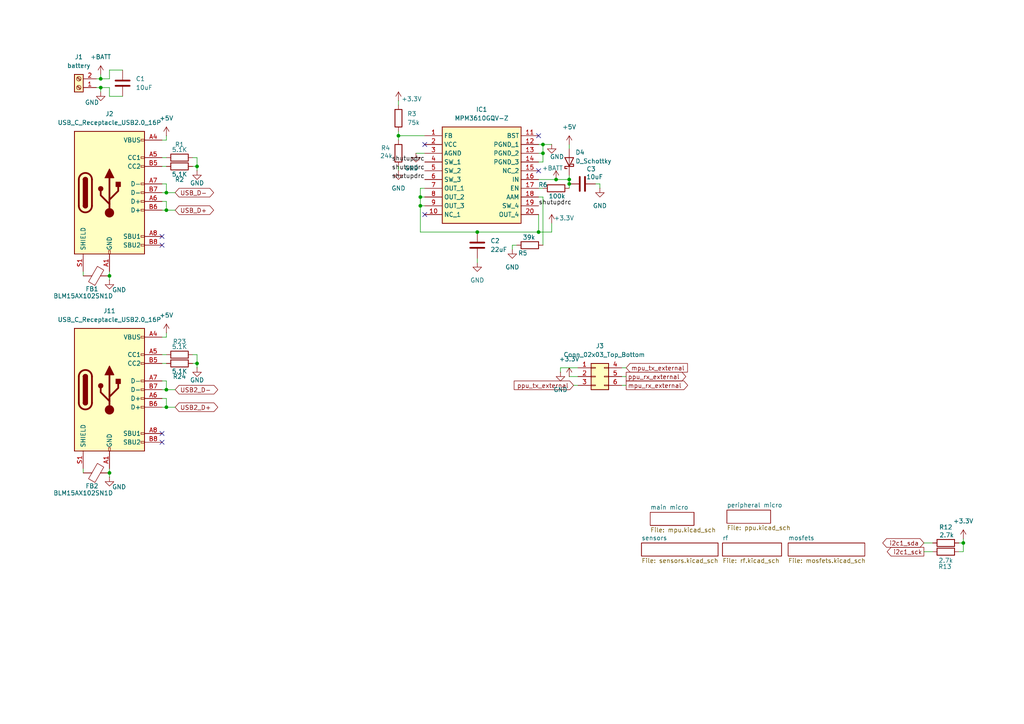
<source format=kicad_sch>
(kicad_sch (version 20250114) (generator "eeschema") (generator_version "9.0")
  (paper "A4")
  (lib_symbols
    (symbol "Connector:Screw_Terminal_01x02" (pin_names (offset 1.016) (hide yes))
      (property "Reference" "J" (at 0 2.54 0))
      (property "Value" "Screw_Terminal_01x02" (at 0 -5.08 0))
      (symbol "Screw_Terminal_01x02_1_1"
        (rectangle (start -1.27 1.27) (end 1.27 -3.81) (stroke (width 0.254)) (fill (type background)))
        (polyline (pts (xy -0.5334 0.3302) (xy 0.3302 -0.508)) (stroke (width 0.1524)))
        (polyline (pts (xy -0.5334 -2.2098) (xy 0.3302 -3.048)) (stroke (width 0.1524)))
        (polyline (pts (xy -0.3556 0.508) (xy 0.508 -0.3302)) (stroke (width 0.1524)))
        (polyline (pts (xy -0.3556 -2.032) (xy 0.508 -2.8702)) (stroke (width 0.1524)))
        (circle (center 0 0) (radius 0.635) (stroke (width 0.1524)))
        (circle (center 0 -2.54) (radius 0.635) (stroke (width 0.1524)))
        (pin passive line (at -5.08 0 0) (length 3.81) (name "Pin_1") (number "1"))
        (pin passive line (at -5.08 -2.54 0) (length 3.81) (name "Pin_2") (number "2"))
      )
    )
    (symbol "Connector:USB_C_Receptacle_USB2.0_16P" (pin_names (offset 1.016))
      (property "Reference" "J" (at 0 22.225 0))
      (property "Value" "USB_C_Receptacle_USB2.0_16P" (at 0 19.685 0))
      (symbol "USB_C_Receptacle_USB2.0_16P_0_0"
        (rectangle (start -0.254 -17.78) (end 0.254 -16.764))
        (rectangle (start 10.16 15.494) (end 9.144 14.986))
        (rectangle (start 10.16 10.414) (end 9.144 9.906))
        (rectangle (start 10.16 7.874) (end 9.144 7.366))
        (rectangle (start 10.16 2.794) (end 9.144 2.286))
        (rectangle (start 10.16 0.254) (end 9.144 -0.254))
        (rectangle (start 10.16 -2.286) (end 9.144 -2.794))
        (rectangle (start 10.16 -4.826) (end 9.144 -5.334))
        (rectangle (start 10.16 -12.446) (end 9.144 -12.954))
        (rectangle (start 10.16 -14.986) (end 9.144 -15.494))
      )
      (symbol "USB_C_Receptacle_USB2.0_16P_0_1"
        (rectangle (start -10.16 17.78) (end 10.16 -17.78) (stroke (width 0.254)) (fill (type background)))
        (polyline (pts (xy -8.89 -3.81) (xy -8.89 3.81)) (stroke (width 0.508)))
        (rectangle (start -7.62 -3.81) (end -6.35 3.81) (stroke (width 0.254)) (fill (type outline)))
        (arc (start -7.62 3.81) (mid -6.985 4.4423) (end -6.35 3.81) (stroke (width 0.254)))
        (arc (start -7.62 3.81) (mid -6.985 4.4423) (end -6.35 3.81) (stroke (width 0.254)) (fill (type outline)))
        (arc (start -8.89 3.81) (mid -6.985 5.7067) (end -5.08 3.81) (stroke (width 0.508)))
        (arc (start -5.08 -3.81) (mid -6.985 -5.7067) (end -8.89 -3.81) (stroke (width 0.508)))
        (arc (start -6.35 -3.81) (mid -6.985 -4.4423) (end -7.62 -3.81) (stroke (width 0.254)))
        (arc (start -6.35 -3.81) (mid -6.985 -4.4423) (end -7.62 -3.81) (stroke (width 0.254)) (fill (type outline)))
        (polyline (pts (xy -5.08 3.81) (xy -5.08 -3.81)) (stroke (width 0.508)))
        (circle (center -2.54 1.143) (radius 0.635) (stroke (width 0.254)) (fill (type outline)))
        (polyline (pts (xy -1.27 4.318) (xy 0 6.858) (xy 1.27 4.318) (xy -1.27 4.318)) (stroke (width 0.254)) (fill (type outline)))
        (polyline (pts (xy 0 -2.032) (xy 2.54 0.508) (xy 2.54 1.778)) (stroke (width 0.508)))
        (polyline (pts (xy 0 -3.302) (xy -2.54 -0.762) (xy -2.54 0.508)) (stroke (width 0.508)))
        (polyline (pts (xy 0 -5.842) (xy 0 4.318)) (stroke (width 0.508)))
        (circle (center 0 -5.842) (radius 1.27) (fill (type outline)))
        (rectangle (start 1.905 1.778) (end 3.175 3.048) (stroke (width 0.254)) (fill (type outline)))
      )
      (symbol "USB_C_Receptacle_USB2.0_16P_1_1"
        (pin passive line (at -7.62 -22.86 90) (length 5.08) (name "SHIELD") (number "S1"))
        (pin passive line (at 0 -22.86 90) (length 5.08) (name "GND") (number "A1"))
        (pin passive line (at 0 -22.86 90) (length 5.08) (hide yes) (name "GND") (number "A12"))
        (pin passive line (at 0 -22.86 90) (length 5.08) (hide yes) (name "GND") (number "B1"))
        (pin passive line (at 0 -22.86 90) (length 5.08) (hide yes) (name "GND") (number "B12"))
        (pin passive line (at 15.24 15.24 180) (length 5.08) (name "VBUS") (number "A4"))
        (pin passive line (at 15.24 15.24 180) (length 5.08) (hide yes) (name "VBUS") (number "A9"))
        (pin passive line (at 15.24 15.24 180) (length 5.08) (hide yes) (name "VBUS") (number "B4"))
        (pin passive line (at 15.24 15.24 180) (length 5.08) (hide yes) (name "VBUS") (number "B9"))
        (pin bidirectional line (at 15.24 10.16 180) (length 5.08) (name "CC1") (number "A5"))
        (pin bidirectional line (at 15.24 7.62 180) (length 5.08) (name "CC2") (number "B5"))
        (pin bidirectional line (at 15.24 2.54 180) (length 5.08) (name "D-") (number "A7"))
        (pin bidirectional line (at 15.24 0 180) (length 5.08) (name "D-") (number "B7"))
        (pin bidirectional line (at 15.24 -2.54 180) (length 5.08) (name "D+") (number "A6"))
        (pin bidirectional line (at 15.24 -5.08 180) (length 5.08) (name "D+") (number "B6"))
        (pin bidirectional line (at 15.24 -12.7 180) (length 5.08) (name "SBU1") (number "A8"))
        (pin bidirectional line (at 15.24 -15.24 180) (length 5.08) (name "SBU2") (number "B8"))
      )
    )
    (symbol "Connector_Generic:Conn_02x03_Top_Bottom" (pin_names (offset 1.016) (hide yes))
      (property "Reference" "J" (at 1.27 5.08 0))
      (property "Value" "Conn_02x03_Top_Bottom" (at 1.27 -5.08 0))
      (symbol "Conn_02x03_Top_Bottom_1_1"
        (rectangle (start -1.27 3.81) (end 3.81 -3.81) (stroke (width 0.254)) (fill (type background)))
        (rectangle (start -1.27 2.667) (end 0 2.413) (stroke (width 0.1524)))
        (rectangle (start -1.27 0.127) (end 0 -0.127) (stroke (width 0.1524)))
        (rectangle (start -1.27 -2.413) (end 0 -2.667) (stroke (width 0.1524)))
        (rectangle (start 3.81 2.667) (end 2.54 2.413) (stroke (width 0.1524)))
        (rectangle (start 3.81 0.127) (end 2.54 -0.127) (stroke (width 0.1524)))
        (rectangle (start 3.81 -2.413) (end 2.54 -2.667) (stroke (width 0.1524)))
        (pin passive line (at -5.08 2.54 0) (length 3.81) (name "Pin_1") (number "1"))
        (pin passive line (at -5.08 0 0) (length 3.81) (name "Pin_2") (number "2"))
        (pin passive line (at -5.08 -2.54 0) (length 3.81) (name "Pin_3") (number "3"))
        (pin passive line (at 7.62 2.54 180) (length 3.81) (name "Pin_4") (number "4"))
        (pin passive line (at 7.62 0 180) (length 3.81) (name "Pin_5") (number "5"))
        (pin passive line (at 7.62 -2.54 180) (length 3.81) (name "Pin_6") (number "6"))
      )
    )
    (symbol "Device:C" (pin_numbers (hide yes)) (pin_names (offset 0.254))
      (property "Reference" "C" (at 0.635 2.54 0))
      (property "Value" "C" (at 0.635 -2.54 0))
      (symbol "C_0_1"
        (polyline (pts (xy -2.032 0.762) (xy 2.032 0.762)) (stroke (width 0.508)))
        (polyline (pts (xy -2.032 -0.762) (xy 2.032 -0.762)) (stroke (width 0.508)))
      )
      (symbol "C_1_1"
        (pin passive line (at 0 3.81 270) (length 2.794) (name "~") (number "1"))
        (pin passive line (at 0 -3.81 90) (length 2.794) (name "~") (number "2"))
      )
    )
    (symbol "Device:D_Schottky" (pin_numbers (hide yes)) (pin_names (offset 1.016) (hide yes))
      (property "Reference" "D" (at 0 2.54 0))
      (property "Value" "D_Schottky" (at 0 -2.54 0))
      (symbol "D_Schottky_0_1"
        (polyline (pts (xy -1.905 0.635) (xy -1.905 1.27) (xy -1.27 1.27) (xy -1.27 -1.27) (xy -0.635 -1.27) (xy -0.635 -0.635)) (stroke (width 0.254)))
        (polyline (pts (xy 1.27 1.27) (xy 1.27 -1.27) (xy -1.27 0) (xy 1.27 1.27)) (stroke (width 0.254)))
        (polyline (pts (xy 1.27 0) (xy -1.27 0)))
      )
      (symbol "D_Schottky_1_1"
        (pin passive line (at -3.81 0 0) (length 2.54) (name "K") (number "1"))
        (pin passive line (at 3.81 0 180) (length 2.54) (name "A") (number "2"))
      )
    )
    (symbol "Device:FerriteBead" (pin_numbers (hide yes)) (pin_names (offset 0))
      (property "Reference" "FB" (at -3.81 0.635 90))
      (property "Value" "FerriteBead" (at 3.81 0 90))
      (symbol "FerriteBead_0_1"
        (polyline (pts (xy -2.7686 0.4064) (xy -1.7018 2.2606) (xy 2.7686 -0.3048) (xy 1.6764 -2.159) (xy -2.7686 0.4064)))
        (polyline (pts (xy 0 1.27) (xy 0 1.2954)))
        (polyline (pts (xy 0 -1.27) (xy 0 -1.2192)))
      )
      (symbol "FerriteBead_1_1"
        (pin passive line (at 0 3.81 270) (length 2.54) (name "~") (number "1"))
        (pin passive line (at 0 -3.81 90) (length 2.54) (name "~") (number "2"))
      )
    )
    (symbol "Device:R" (pin_numbers (hide yes)) (pin_names (offset 0))
      (property "Reference" "R" (at 2.032 0 90))
      (property "Value" "R" (at 0 0 90))
      (symbol "R_0_1"
        (rectangle (start -1.016 -2.54) (end 1.016 2.54) (stroke (width 0.254)))
      )
      (symbol "R_1_1"
        (pin passive line (at 0 3.81 270) (length 1.27) (name "~") (number "1"))
        (pin passive line (at 0 -3.81 90) (length 1.27) (name "~") (number "2"))
      )
    )
    (symbol "MPM3610GQV-Z:MPM3610GQV-Z"
      (property "Reference" "IC" (at 29.21 7.62 0))
      (property "Value" "MPM3610GQV-Z" (at 29.21 5.08 0))
      (symbol "MPM3610GQV-Z_1_1"
        (rectangle (start 5.08 2.54) (end 27.94 -25.4) (stroke (width 0.254)) (fill (type background)))
        (pin passive line (at 0 0 0) (length 5.08) (name "FB") (number "1"))
        (pin passive line (at 0 -2.54 0) (length 5.08) (name "VCC") (number "2"))
        (pin passive line (at 0 -5.08 0) (length 5.08) (name "AGND") (number "3"))
        (pin passive line (at 0 -7.62 0) (length 5.08) (name "SW_1") (number "4"))
        (pin passive line (at 0 -10.16 0) (length 5.08) (name "SW_2") (number "5"))
        (pin passive line (at 0 -12.7 0) (length 5.08) (name "SW_3") (number "6"))
        (pin passive line (at 0 -15.24 0) (length 5.08) (name "OUT_1") (number "7"))
        (pin passive line (at 0 -17.78 0) (length 5.08) (name "OUT_2") (number "8"))
        (pin passive line (at 0 -20.32 0) (length 5.08) (name "OUT_3") (number "9"))
        (pin passive line (at 0 -22.86 0) (length 5.08) (name "NC_1") (number "10"))
        (pin passive line (at 33.02 0 180) (length 5.08) (name "BST") (number "11"))
        (pin passive line (at 33.02 -2.54 180) (length 5.08) (name "PGND_1") (number "12"))
        (pin passive line (at 33.02 -5.08 180) (length 5.08) (name "PGND_2") (number "13"))
        (pin passive line (at 33.02 -7.62 180) (length 5.08) (name "PGND_3") (number "14"))
        (pin passive line (at 33.02 -10.16 180) (length 5.08) (name "NC_2") (number "15"))
        (pin passive line (at 33.02 -12.7 180) (length 5.08) (name "IN") (number "16"))
        (pin passive line (at 33.02 -15.24 180) (length 5.08) (name "EN") (number "17"))
        (pin passive line (at 33.02 -17.78 180) (length 5.08) (name "AAM") (number "18"))
        (pin passive line (at 33.02 -20.32 180) (length 5.08) (name "SW_4") (number "19"))
        (pin passive line (at 33.02 -22.86 180) (length 5.08) (name "OUT_4") (number "20"))
      )
    )
    (symbol "power:+3.3V" (power) (pin_numbers (hide yes)) (pin_names (offset 0) (hide yes))
      (property "Value" "+3.3V" (at 0 3.556 0))
      (symbol "+3.3V_0_1"
        (polyline (pts (xy -0.762 1.27) (xy 0 2.54)))
        (polyline (pts (xy 0 2.54) (xy 0.762 1.27)))
        (polyline (pts (xy 0 0) (xy 0 2.54)))
      )
      (symbol "+3.3V_1_1"
        (pin power_in line (at 0 0 90) (length 0) (name "~") (number "1"))
      )
    )
    (symbol "power:+5V" (power) (pin_numbers (hide yes)) (pin_names (offset 0) (hide yes))
      (property "Value" "+5V" (at 0 3.556 0))
      (symbol "+5V_0_1"
        (polyline (pts (xy -0.762 1.27) (xy 0 2.54)))
        (polyline (pts (xy 0 2.54) (xy 0.762 1.27)))
        (polyline (pts (xy 0 0) (xy 0 2.54)))
      )
      (symbol "+5V_1_1"
        (pin power_in line (at 0 0 90) (length 0) (name "~") (number "1"))
      )
    )
    (symbol "power:+BATT" (power) (pin_numbers (hide yes)) (pin_names (offset 0) (hide yes))
      (property "Value" "+BATT" (at 0 3.556 0))
      (symbol "+BATT_0_1"
        (polyline (pts (xy -0.762 1.27) (xy 0 2.54)))
        (polyline (pts (xy 0 2.54) (xy 0.762 1.27)))
        (polyline (pts (xy 0 0) (xy 0 2.54)))
      )
      (symbol "+BATT_1_1"
        (pin power_in line (at 0 0 90) (length 0) (name "~") (number "1"))
      )
    )
    (symbol "power:GND" (power) (pin_numbers (hide yes)) (pin_names (offset 0) (hide yes))
      (property "Value" "GND" (at 0 -3.81 0))
      (symbol "GND_0_1"
        (polyline (pts (xy 0 0) (xy 0 -1.27) (xy 1.27 -1.27) (xy 0 -2.54) (xy -1.27 -1.27) (xy 0 -1.27)))
      )
      (symbol "GND_1_1"
        (pin power_in line (at 0 0 270) (length 0) (name "~") (number "1"))
      )
    )
  )
  (junction (at 31.75 80.01))
  (junction (at 31.75 137.16))
  (junction (at 57.15 105.41))
  (junction (at 57.15 48.26))
  (junction (at 156.21 67.31))
  (junction (at 121.92 59.69))
  (junction (at 165.1 53.34))
  (junction (at 48.26 113.03))
  (junction (at 157.48 44.45))
  (junction (at 121.92 57.15))
  (junction (at 48.26 55.88))
  (junction (at 165.1 52.07))
  (junction (at 29.21 25.4))
  (junction (at 138.43 67.31))
  (junction (at 279.4 157.48))
  (junction (at 115.57 39.37))
  (junction (at 29.21 22.86))
  (junction (at 48.26 60.96))
  (junction (at 157.48 41.91))
  (junction (at 48.26 118.11))
  (junction (at 161.29 52.07))
  (no_connect (at 46.99 68.58))
  (no_connect (at 46.99 128.27))
  (no_connect (at 46.99 125.73))
  (no_connect (at 156.21 49.53))
  (no_connect (at 123.19 62.23))
  (no_connect (at 46.99 71.12))
  (no_connect (at 123.19 41.91))
  (no_connect (at 156.21 39.37))
  (wire (pts (xy 156.21 67.31) (xy 138.43 67.31)))
  (wire (pts (xy 46.99 118.11) (xy 48.26 118.11)))
  (wire (pts (xy 165.1 52.07) (xy 165.1 53.34)))
  (wire (pts (xy 121.92 57.15) (xy 121.92 54.61)))
  (wire (pts (xy 162.56 106.68) (xy 162.56 107.95)))
  (wire (pts (xy 29.21 26.67) (xy 29.21 25.4)))
  (wire (pts (xy 148.59 71.12) (xy 149.86 71.12)))
  (wire (pts (xy 29.21 21.59) (xy 29.21 22.86)))
  (wire (pts (xy 165.1 109.22) (xy 167.64 109.22)))
  (wire (pts (xy 31.75 135.89) (xy 31.75 137.16)))
  (wire (pts (xy 167.64 106.68) (xy 162.56 106.68)))
  (wire (pts (xy 156.21 46.99) (xy 157.48 46.99)))
  (wire (pts (xy 121.92 54.61) (xy 123.19 54.61)))
  (wire (pts (xy 57.15 105.41) (xy 55.88 105.41)))
  (wire (pts (xy 24.13 135.89) (xy 24.13 137.16)))
  (wire (pts (xy 121.92 57.15) (xy 123.19 57.15)))
  (wire (pts (xy 156.21 57.15) (xy 157.48 57.15)))
  (wire (pts (xy 31.75 27.94) (xy 31.75 25.4)))
  (wire (pts (xy 29.21 25.4) (xy 31.75 25.4)))
  (wire (pts (xy 173.99 53.34) (xy 172.72 53.34)))
  (wire (pts (xy 157.48 44.45) (xy 157.48 41.91)))
  (wire (pts (xy 157.48 41.91) (xy 160.02 41.91)))
  (wire (pts (xy 180.34 106.68) (xy 181.61 106.68)))
  (wire (pts (xy 31.75 80.01) (xy 31.75 81.28)))
  (wire (pts (xy 46.99 105.41) (xy 48.26 105.41)))
  (wire (pts (xy 156.21 44.45) (xy 157.48 44.45)))
  (wire (pts (xy 160.02 64.77) (xy 160.02 67.31)))
  (wire (pts (xy 46.99 60.96) (xy 48.26 60.96)))
  (wire (pts (xy 48.26 40.64) (xy 46.99 40.64)))
  (wire (pts (xy 46.99 53.34) (xy 48.26 53.34)))
  (wire (pts (xy 57.15 48.26) (xy 55.88 48.26)))
  (wire (pts (xy 148.59 72.39) (xy 148.59 71.12)))
  (wire (pts (xy 115.57 39.37) (xy 115.57 40.64)))
  (wire (pts (xy 57.15 102.87) (xy 57.15 105.41)))
  (wire (pts (xy 29.21 25.4) (xy 27.94 25.4)))
  (wire (pts (xy 115.57 38.1) (xy 115.57 39.37)))
  (wire (pts (xy 160.02 67.31) (xy 156.21 67.31)))
  (wire (pts (xy 115.57 48.26) (xy 115.57 49.53)))
  (wire (pts (xy 46.99 55.88) (xy 48.26 55.88)))
  (wire (pts (xy 121.92 59.69) (xy 123.19 59.69)))
  (wire (pts (xy 156.21 54.61) (xy 157.48 54.61)))
  (wire (pts (xy 29.21 22.86) (xy 27.94 22.86)))
  (wire (pts (xy 48.26 110.49) (xy 48.26 113.03)))
  (wire (pts (xy 24.13 78.74) (xy 24.13 80.01)))
  (wire (pts (xy 180.34 109.22) (xy 181.61 109.22)))
  (wire (pts (xy 35.56 20.32) (xy 31.75 20.32)))
  (wire (pts (xy 46.99 110.49) (xy 48.26 110.49)))
  (wire (pts (xy 57.15 48.26) (xy 57.15 49.53)))
  (wire (pts (xy 180.34 111.76) (xy 181.61 111.76)))
  (wire (pts (xy 173.99 54.61) (xy 173.99 53.34)))
  (wire (pts (xy 48.26 97.79) (xy 46.99 97.79)))
  (wire (pts (xy 48.26 53.34) (xy 48.26 55.88)))
  (wire (pts (xy 121.92 59.69) (xy 121.92 57.15)))
  (wire (pts (xy 46.99 58.42) (xy 48.26 58.42)))
  (wire (pts (xy 120.65 44.45) (xy 123.19 44.45)))
  (wire (pts (xy 138.43 67.31) (xy 121.92 67.31)))
  (wire (pts (xy 165.1 41.91) (xy 165.1 43.18)))
  (wire (pts (xy 48.26 58.42) (xy 48.26 60.96)))
  (wire (pts (xy 48.26 55.88) (xy 50.8 55.88)))
  (wire (pts (xy 156.21 62.23) (xy 156.21 67.31)))
  (wire (pts (xy 48.26 118.11) (xy 50.8 118.11)))
  (wire (pts (xy 29.21 22.86) (xy 31.75 22.86)))
  (wire (pts (xy 115.57 39.37) (xy 123.19 39.37)))
  (wire (pts (xy 31.75 137.16) (xy 31.75 138.43)))
  (wire (pts (xy 165.1 53.34) (xy 165.1 54.61)))
  (wire (pts (xy 279.4 156.21) (xy 279.4 157.48)))
  (wire (pts (xy 121.92 67.31) (xy 121.92 59.69)))
  (wire (pts (xy 157.48 46.99) (xy 157.48 44.45)))
  (wire (pts (xy 48.26 96.52) (xy 48.26 97.79)))
  (wire (pts (xy 31.75 20.32) (xy 31.75 22.86)))
  (wire (pts (xy 279.4 157.48) (xy 278.13 157.48)))
  (wire (pts (xy 166.37 111.76) (xy 167.64 111.76)))
  (wire (pts (xy 157.48 71.12) (xy 157.48 57.15)))
  (wire (pts (xy 138.43 74.93) (xy 138.43 76.2)))
  (wire (pts (xy 161.29 52.07) (xy 156.21 52.07)))
  (wire (pts (xy 48.26 60.96) (xy 50.8 60.96)))
  (wire (pts (xy 46.99 48.26) (xy 48.26 48.26)))
  (wire (pts (xy 48.26 113.03) (xy 50.8 113.03)))
  (wire (pts (xy 55.88 102.87) (xy 57.15 102.87)))
  (wire (pts (xy 57.15 45.72) (xy 57.15 48.26)))
  (wire (pts (xy 115.57 29.21) (xy 115.57 30.48)))
  (wire (pts (xy 46.99 102.87) (xy 48.26 102.87)))
  (wire (pts (xy 46.99 45.72) (xy 48.26 45.72)))
  (wire (pts (xy 157.48 41.91) (xy 156.21 41.91)))
  (wire (pts (xy 57.15 105.41) (xy 57.15 106.68)))
  (wire (pts (xy 55.88 45.72) (xy 57.15 45.72)))
  (wire (pts (xy 46.99 115.57) (xy 48.26 115.57)))
  (wire (pts (xy 31.75 78.74) (xy 31.75 80.01)))
  (wire (pts (xy 48.26 39.37) (xy 48.26 40.64)))
  (wire (pts (xy 35.56 27.94) (xy 31.75 27.94)))
  (wire (pts (xy 46.99 113.03) (xy 48.26 113.03)))
  (wire (pts (xy 48.26 115.57) (xy 48.26 118.11)))
  (wire (pts (xy 165.1 50.8) (xy 165.1 52.07)))
  (wire (pts (xy 278.13 160.02) (xy 279.4 160.02)))
  (wire (pts (xy 267.97 160.02) (xy 270.51 160.02)))
  (wire (pts (xy 279.4 160.02) (xy 279.4 157.48)))
  (wire (pts (xy 267.97 157.48) (xy 270.51 157.48)))
  (wire (pts (xy 165.1 52.07) (xy 161.29 52.07)))
  (label "shutupdrc" (at 123.19 46.99 180))
  (label "shutupdrc" (at 156.21 59.69 0))
  (label "shutupdrc" (at 123.19 49.53 180))
  (label "shutupdrc" (at 123.19 52.07 180))
  (global_label "i2c1_sck" (shape output) (at 267.97 160.02 180) (property "Intersheetrefs" "${INTERSHEET_REFS}" (effects (hide yes))))
  (global_label "USB2_D+" (shape bidirectional) (at 50.8 118.11 0) (property "Intersheetrefs" "${INTERSHEET_REFS}" (effects (hide yes))))
  (global_label "USB_D+" (shape bidirectional) (at 50.8 60.96 0) (property "Intersheetrefs" "${INTERSHEET_REFS}" (effects (hide yes))))
  (global_label "ppu_rx_external" (shape output) (at 181.61 109.22 0) (property "Intersheetrefs" "${INTERSHEET_REFS}" (effects (hide yes))))
  (global_label "mpu_rx_external" (shape output) (at 181.61 111.76 0) (property "Intersheetrefs" "${INTERSHEET_REFS}" (effects (hide yes))))
  (global_label "USB_D-" (shape bidirectional) (at 50.8 55.88 0) (property "Intersheetrefs" "${INTERSHEET_REFS}" (effects (hide yes))))
  (global_label "mpu_tx_external" (shape input) (at 181.61 106.68 0) (property "Intersheetrefs" "${INTERSHEET_REFS}" (effects (hide yes))))
  (global_label "i2c1_sda" (shape bidirectional) (at 267.97 157.48 180) (property "Intersheetrefs" "${INTERSHEET_REFS}" (effects (hide yes))))
  (global_label "ppu_tx_external" (shape input) (at 166.37 111.76 180) (property "Intersheetrefs" "${INTERSHEET_REFS}" (effects (hide yes))))
  (global_label "USB2_D-" (shape bidirectional) (at 50.8 113.03 0) (property "Intersheetrefs" "${INTERSHEET_REFS}" (effects (hide yes))))
  (symbol (lib_id "Device:D_Schottky") (at 165.1 46.99 90) (unit 1)
    (property "Reference" "D4" (at 166.878 44.196 90) (effects (justify right)))
    (property "Value" "D_Schottky" (at 166.878 46.736 90) (effects (justify right)))
    (property "Footprint" "Diode_SMD:D_0805_2012Metric" (effects (hide yes)))
    (property "Description" "Schottky diode" (effects (hide yes)))
  )
  (symbol (lib_id "Device:R") (at 52.07 105.41 90) (unit 1)
    (property "Reference" "R24" (at 52.07 109.22 90))
    (property "Value" "5.1K" (at 52.07 107.696 90))
    (property "Footprint" "Resistor_SMD:R_0402_1005Metric" (effects (hide yes)))
    (property "Description" "Resistor" (effects (hide yes)))
  )
  (symbol (lib_id "power:GND") (at 57.15 49.53 0) (unit 1)
    (property "Reference" "#PWR07" (effects (hide yes)))
    (property "Value" "GND" (at 57.15 53.086 0))
    (property "Description" "Power symbol creates a global label with name \"GND\" , ground" (effects (hide yes)))
  )
  (symbol (lib_id "Device:R") (at 115.57 34.29 0) (unit 1)
    (property "Reference" "R3" (at 118.11 33.0199 0) (effects (justify left)))
    (property "Value" "75k" (at 118.11 35.5599 0) (effects (justify left)))
    (property "Footprint" "Resistor_SMD:R_0201_0603Metric" (effects (hide yes)))
    (property "Description" "Resistor" (effects (hide yes)))
  )
  (symbol (lib_id "Device:R") (at 52.07 45.72 90) (unit 1)
    (property "Reference" "R1" (at 52.07 41.91 90))
    (property "Value" "5.1K" (at 52.07 43.434 90))
    (property "Footprint" "Resistor_SMD:R_0402_1005Metric" (effects (hide yes)))
    (property "Description" "Resistor" (effects (hide yes)))
  )
  (symbol (lib_id "power:GND") (at 120.65 44.45 0) (unit 1)
    (property "Reference" "#PWR08" (effects (hide yes)))
    (property "Value" "GND" (at 119.38 48.768 0))
    (property "Description" "Power symbol creates a global label with name \"GND\" , ground" (effects (hide yes)))
  )
  (symbol (lib_id "power:GND") (at 160.02 41.91 0) (unit 1)
    (property "Reference" "#PWR011" (effects (hide yes)))
    (property "Value" "GND" (at 161.544 45.466 0))
    (property "Description" "Power symbol creates a global label with name \"GND\" , ground" (effects (hide yes)))
  )
  (symbol (lib_id "Connector:USB_C_Receptacle_USB2.0_16P") (at 31.75 55.88 0) (unit 1)
    (property "Reference" "J2" (at 31.75 33.02 0))
    (property "Value" "USB_C_Receptacle_USB2.0_16P" (at 31.75 35.56 0))
    (property "Footprint" "Connector_USB:USB_C_Receptacle_GCT_USB4085" (effects (hide yes)))
    (property "Datasheet" "https://www.usb.org/sites/default/files/documents/usb_type-c.zip" (effects (hide yes)))
    (property "Description" "USB 2.0-only 16P Type-C Receptacle connector" (effects (hide yes)))
  )
  (symbol (lib_id "MPM3610GQV-Z:MPM3610GQV-Z") (at 123.19 39.37 0) (unit 1)
    (property "Reference" "IC1" (at 139.7 31.75 0))
    (property "Value" "MPM3610GQV-Z" (at 139.7 34.29 0))
    (property "Footprint" "footprints:MPM3606GQVZ" (effects (hide yes)))
    (property "Datasheet" "https://www.monolithicpower.com/pub/media/document/MPM3610_r1.01.pdf" (effects (hide yes)))
    (property "Description" "Power Management Modules 24V/1A DC/DC Mini- Module Reg w Inductr" (effects (hide yes)))
    (property "Height" "1.65" (effects (hide yes)))
    (property "Mouser Part Number" "946-MPM3610GQV-Z" (effects (hide yes)))
    (property "Mouser Price/Stock" "https://www.mouser.co.uk/ProductDetail/Monolithic-Power-Systems-MPS/MPM3610GQV-Z?qs=uA8e7uFv8Fg%252B11Jn2RQvtw%3D%3D" (effects (hide yes)))
    (property "Manufacturer_Name" "Monolithic Power Systems (MPS)" (effects (hide yes)))
    (property "Manufacturer_Part_Number" "MPM3610GQV-Z" (effects (hide yes)))
  )
  (symbol (lib_id "Device:R") (at 274.32 157.48 90) (unit 1)
    (property "Reference" "R12" (at 274.32 152.908 90))
    (property "Value" "2.7k" (at 274.574 155.194 90))
    (property "Footprint" "Resistor_SMD:R_0402_1005Metric" (effects (hide yes)))
    (property "Description" "Resistor" (effects (hide yes)))
  )
  (symbol (lib_id "power:+BATT") (at 29.21 21.59 0) (unit 1)
    (property "Reference" "#PWR01" (effects (hide yes)))
    (property "Value" "+BATT" (at 29.21 16.51 0))
    (property "Description" "Power symbol creates a global label with name \"+BATT\"" (effects (hide yes)))
  )
  (symbol (lib_id "Device:R") (at 52.07 102.87 90) (unit 1)
    (property "Reference" "R23" (at 52.07 99.06 90))
    (property "Value" "5.1K" (at 52.07 100.584 90))
    (property "Footprint" "Resistor_SMD:R_0402_1005Metric" (effects (hide yes)))
    (property "Description" "Resistor" (effects (hide yes)))
  )
  (symbol (lib_id "power:+5V") (at 48.26 39.37 0) (unit 1)
    (property "Reference" "#PWR096" (effects (hide yes)))
    (property "Value" "+5V" (at 48.26 34.29 0))
    (property "Description" "Power symbol creates a global label with name \"+5V\"" (effects (hide yes)))
  )
  (symbol (lib_id "Device:C") (at 138.43 71.12 180) (unit 1)
    (property "Reference" "C2" (at 142.24 69.8499 0) (effects (justify right)))
    (property "Value" "22uF" (at 142.24 72.3899 0) (effects (justify right)))
    (property "Footprint" "Capacitor_SMD:C_0603_1608Metric" (effects (hide yes)))
    (property "Description" "Unpolarized capacitor" (effects (hide yes)))
  )
  (symbol (lib_id "Connector_Generic:Conn_02x03_Top_Bottom") (at 172.72 109.22 0) (unit 1)
    (property "Reference" "J3" (at 173.99 100.33 0))
    (property "Value" "Conn_02x03_Top_Bottom" (at 175.26 102.87 0))
    (property "Footprint" "Connector_PinHeader_2.54mm:PinHeader_2x03_P2.54mm_Vertical" (effects (hide yes)))
    (property "Description" "Generic connector, double row, 02x03, top/bottom pin numbering scheme (row 1: 1...pins_per_row, row2: pins_per_row+1 ... num_pins), script generated (kicad-library-utils/schlib/autogen/connector/)" (effects (hide yes)))
  )
  (symbol (lib_id "Device:FerriteBead") (at 27.94 137.16 90) (unit 1)
    (property "Reference" "FB2" (at 26.67 140.97 90))
    (property "Value" "BLM15AX102SN1D" (at 24.13 143.002 90))
    (property "Footprint" "footprints:NFZ15SG152SN10B" (effects (hide yes)))
    (property "Description" "Ferrite bead" (effects (hide yes)))
  )
  (symbol (lib_id "power:GND") (at 31.75 81.28 0) (unit 1)
    (property "Reference" "#PWR03" (effects (hide yes)))
    (property "Value" "GND" (at 34.544 84.074 0))
    (property "Description" "Power symbol creates a global label with name \"GND\" , ground" (effects (hide yes)))
  )
  (symbol (lib_id "power:+5V") (at 165.1 41.91 0) (unit 1)
    (property "Reference" "#PWR014" (effects (hide yes)))
    (property "Value" "+5V" (at 165.1 36.83 0))
    (property "Description" "Power symbol creates a global label with name \"+5V\"" (effects (hide yes)))
  )
  (symbol (lib_id "power:GND") (at 31.75 138.43 0) (unit 1)
    (property "Reference" "#PWR083" (effects (hide yes)))
    (property "Value" "GND" (at 34.544 141.224 0))
    (property "Description" "Power symbol creates a global label with name \"GND\" , ground" (effects (hide yes)))
  )
  (symbol (lib_id "Device:FerriteBead") (at 27.94 80.01 90) (unit 1)
    (property "Reference" "FB1" (at 26.67 83.82 90))
    (property "Value" "BLM15AX102SN1D" (at 24.13 85.852 90))
    (property "Footprint" "footprints:NFZ15SG152SN10B" (effects (hide yes)))
    (property "Description" "Ferrite bead" (effects (hide yes)))
  )
  (symbol (lib_id "power:GND") (at 29.21 26.67 0) (unit 1)
    (property "Reference" "#PWR02" (effects (hide yes)))
    (property "Value" "GND" (at 26.67 29.718 0))
    (property "Description" "Power symbol creates a global label with name \"GND\" , ground" (effects (hide yes)))
  )
  (symbol (lib_id "power:+3.3V") (at 279.4 156.21 0) (unit 1)
    (property "Reference" "#PWR031" (effects (hide yes)))
    (property "Value" "+3.3V" (at 279.4 151.13 0))
    (property "Description" "Power symbol creates a global label with name \"+3.3V\"" (effects (hide yes)))
  )
  (symbol (lib_id "power:+3.3V") (at 160.02 64.77 0) (unit 1)
    (property "Reference" "#PWR012" (effects (hide yes)))
    (property "Value" "+3.3V" (at 163.576 63.246 0))
    (property "Description" "Power symbol creates a global label with name \"+3.3V\"" (effects (hide yes)))
  )
  (symbol (lib_id "Device:C") (at 168.91 53.34 90) (unit 1)
    (property "Reference" "C3" (at 171.45 49.022 90))
    (property "Value" "10uF" (at 172.466 51.308 90))
    (property "Footprint" "Capacitor_SMD:C_0603_1608Metric" (effects (hide yes)))
    (property "Description" "Unpolarized capacitor" (effects (hide yes)))
  )
  (symbol (lib_id "Device:R") (at 153.67 71.12 270) (unit 1)
    (property "Reference" "R5" (at 151.638 73.406 90))
    (property "Value" "39k" (at 153.416 68.834 90))
    (property "Footprint" "Resistor_SMD:R_0201_0603Metric" (effects (hide yes)))
    (property "Description" "Resistor" (effects (hide yes)))
  )
  (symbol (lib_id "Device:C") (at 35.56 24.13 0) (unit 1)
    (property "Reference" "C1" (at 39.37 22.8599 0) (effects (justify left)))
    (property "Value" "10uF" (at 39.37 25.3999 0) (effects (justify left)))
    (property "Footprint" "Capacitor_SMD:C_0805_2012Metric" (effects (hide yes)))
    (property "Description" "Unpolarized capacitor" (effects (hide yes)))
  )
  (symbol (lib_id "power:GND") (at 162.56 107.95 0) (unit 1)
    (property "Reference" "#PWR084" (effects (hide yes)))
    (property "Value" "GND" (at 162.56 113.03 0))
    (property "Description" "Power symbol creates a global label with name \"GND\" , ground" (effects (hide yes)))
  )
  (symbol (lib_id "power:GND") (at 173.99 54.61 0) (unit 1)
    (property "Reference" "#PWR015" (effects (hide yes)))
    (property "Value" "GND" (at 173.99 59.69 0))
    (property "Description" "Power symbol creates a global label with name \"GND\" , ground" (effects (hide yes)))
  )
  (symbol (lib_id "power:+3.3V") (at 115.57 29.21 0) (unit 1)
    (property "Reference" "#PWR05" (effects (hide yes)))
    (property "Value" "+3.3V" (at 119.38 28.702 0))
    (property "Description" "Power symbol creates a global label with name \"+3.3V\"" (effects (hide yes)))
  )
  (symbol (lib_id "power:GND") (at 138.43 76.2 0) (unit 1)
    (property "Reference" "#PWR09" (effects (hide yes)))
    (property "Value" "GND" (at 138.43 81.28 0))
    (property "Description" "Power symbol creates a global label with name \"GND\" , ground" (effects (hide yes)))
  )
  (symbol (lib_id "Device:R") (at 115.57 44.45 0) (unit 1)
    (property "Reference" "R4" (at 110.49 42.926 0) (effects (justify left)))
    (property "Value" "24k" (at 110.236 45.212 0) (effects (justify left)))
    (property "Footprint" "Resistor_SMD:R_0201_0603Metric" (effects (hide yes)))
    (property "Description" "Resistor" (effects (hide yes)))
  )
  (symbol (lib_id "power:+BATT") (at 161.29 52.07 0) (unit 1)
    (property "Reference" "#PWR013" (effects (hide yes)))
    (property "Value" "+BATT" (at 160.274 48.768 0))
    (property "Description" "Power symbol creates a global label with name \"+BATT\"" (effects (hide yes)))
  )
  (symbol (lib_id "Connector:Screw_Terminal_01x02") (at 22.86 25.4 180) (unit 1)
    (property "Reference" "J1" (at 22.86 16.51 0))
    (property "Value" "battery" (at 22.86 19.05 0))
    (property "Footprint" "TerminalBlock:TerminalBlock_Xinya_XY308-2.54-2P_1x02_P2.54mm_Horizontal" (effects (hide yes)))
    (property "Description" "Generic screw terminal, single row, 01x02, script generated (kicad-library-utils/schlib/autogen/connector/)" (effects (hide yes)))
  )
  (symbol (lib_id "Device:R") (at 161.29 54.61 90) (unit 1)
    (property "Reference" "R6" (at 157.48 53.594 90))
    (property "Value" "100k" (at 161.544 56.896 90))
    (property "Footprint" "Resistor_SMD:R_0402_1005Metric" (effects (hide yes)))
    (property "Description" "Resistor" (effects (hide yes)))
  )
  (symbol (lib_id "Connector:USB_C_Receptacle_USB2.0_16P") (at 31.75 113.03 0) (unit 1)
    (property "Reference" "J11" (at 31.75 90.17 0))
    (property "Value" "USB_C_Receptacle_USB2.0_16P" (at 31.75 92.71 0))
    (property "Footprint" "Connector_USB:USB_C_Receptacle_GCT_USB4085" (effects (hide yes)))
    (property "Datasheet" "https://www.usb.org/sites/default/files/documents/usb_type-c.zip" (effects (hide yes)))
    (property "Description" "USB 2.0-only 16P Type-C Receptacle connector" (effects (hide yes)))
  )
  (symbol (lib_id "power:GND") (at 57.15 106.68 0) (unit 1)
    (property "Reference" "#PWR085" (effects (hide yes)))
    (property "Value" "GND" (at 57.15 110.236 0))
    (property "Description" "Power symbol creates a global label with name \"GND\" , ground" (effects (hide yes)))
  )
  (symbol (lib_id "power:+3.3V") (at 165.1 109.22 0) (unit 1)
    (property "Reference" "#PWR095" (effects (hide yes)))
    (property "Value" "+3.3V" (at 165.1 104.14 0))
    (property "Description" "Power symbol creates a global label with name \"+3.3V\"" (effects (hide yes)))
  )
  (symbol (lib_id "power:+5V") (at 48.26 96.52 0) (unit 1)
    (property "Reference" "#PWR04" (effects (hide yes)))
    (property "Value" "+5V" (at 48.26 91.44 0))
    (property "Description" "Power symbol creates a global label with name \"+5V\"" (effects (hide yes)))
  )
  (symbol (lib_id "Device:R") (at 52.07 48.26 90) (unit 1)
    (property "Reference" "R2" (at 52.07 52.07 90))
    (property "Value" "5.1K" (at 52.07 50.546 90))
    (property "Footprint" "Resistor_SMD:R_0402_1005Metric" (effects (hide yes)))
    (property "Description" "Resistor" (effects (hide yes)))
  )
  (symbol (lib_id "power:GND") (at 115.57 49.53 0) (unit 1)
    (property "Reference" "#PWR06" (effects (hide yes)))
    (property "Value" "GND" (at 115.57 54.61 0))
    (property "Description" "Power symbol creates a global label with name \"GND\" , ground" (effects (hide yes)))
  )
  (symbol (lib_id "Device:R") (at 274.32 160.02 90) (unit 1)
    (property "Reference" "R13" (at 274.066 164.338 90))
    (property "Value" "2.7k" (at 274.32 162.56 90))
    (property "Footprint" "Resistor_SMD:R_0402_1005Metric" (effects (hide yes)))
    (property "Description" "Resistor" (effects (hide yes)))
  )
  (symbol (lib_id "power:GND") (at 148.59 72.39 0) (unit 1)
    (property "Reference" "#PWR010" (effects (hide yes)))
    (property "Value" "GND" (at 148.59 77.47 0))
    (property "Description" "Power symbol creates a global label with name \"GND\" , ground" (effects (hide yes)))
  )
  (sheet (at 210.82 147.955) (size 12.7 3.81) (stroke (width 0.1524))
    (property "Sheetname" "peripheral micro" (at 210.82 147.2434 0) (effects (justify left bottom)))
    (property "Sheetfile" "ppu.kicad_sch" (at 210.82 152.3496 0) (effects (justify left top)))
  )
  (sheet (at 209.55 157.48) (size 17.145 3.81) (stroke (width 0.1524))
    (property "Sheetname" "rf" (at 209.55 156.7684 0) (effects (justify left bottom)))
    (property "Sheetfile" "rf.kicad_sch" (at 209.55 161.8746 0) (effects (justify left top)))
  )
  (sheet (at 186.055 157.48) (size 22.225 3.81) (stroke (width 0.1524))
    (property "Sheetname" "sensors" (at 186.055 156.7684 0) (effects (justify left bottom)))
    (property "Sheetfile" "sensors.kicad_sch" (at 186.055 161.8746 0) (effects (justify left top)))
  )
  (sheet (at 188.595 148.59) (size 12.7 3.81) (stroke (width 0.1524))
    (property "Sheetname" "main micro" (at 188.595 147.8784 0) (effects (justify left bottom)))
    (property "Sheetfile" "mpu.kicad_sch" (at 188.595 152.9846 0) (effects (justify left top)))
  )
  (sheet (at 228.6 157.48) (size 22.225 3.81) (stroke (width 0.1524))
    (property "Sheetname" "mosfets" (at 228.6 156.7684 0) (effects (justify left bottom)))
    (property "Sheetfile" "mosfets.kicad_sch" (at 228.6 161.8746 0) (effects (justify left top)))
  )
)
</source>
